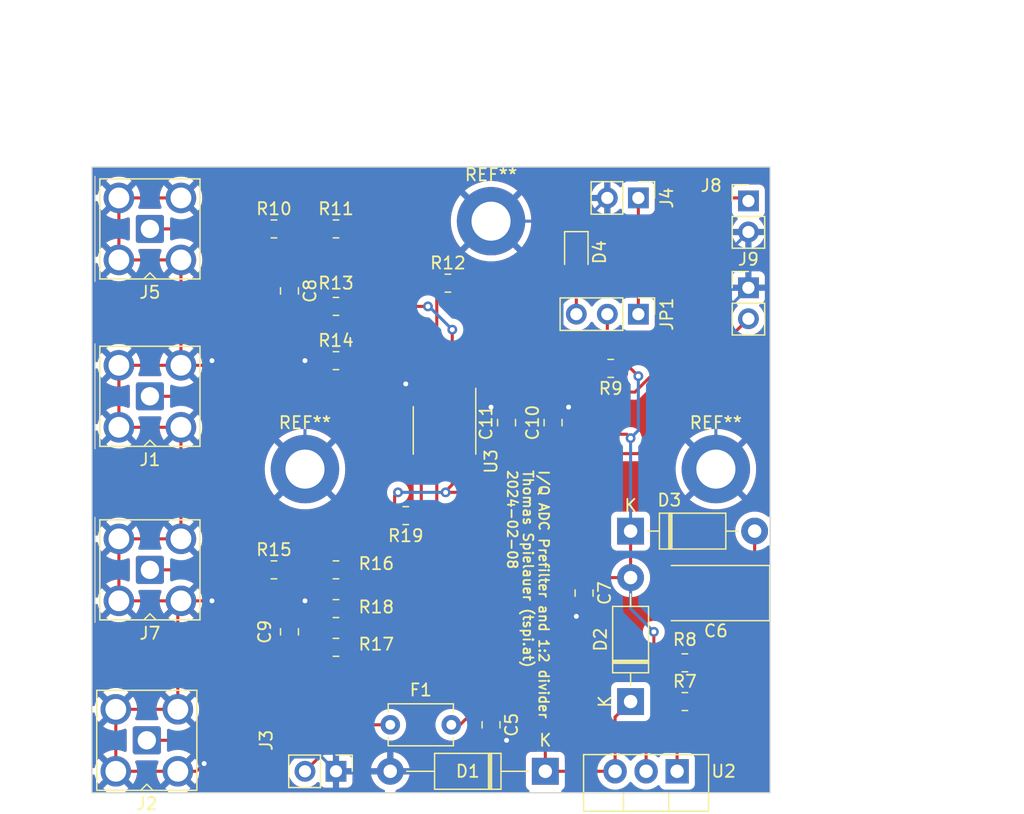
<source format=kicad_pcb>
(kicad_pcb (version 20221018) (generator pcbnew)
  (layers (0 "F.Cu" signal) (31 "B.Cu" signal) (34 "B.Paste" user) (35 "F.Paste" user) (36 "B.SilkS" user "B.Silkscreen") (37 "F.SilkS" user "F.Silkscreen") (38 "B.Mask" user) (39 "F.Mask" user) (44 "Edge.Cuts" user))
  (net 0 "")
  (net 1 "Net-(D1-K)")
  (net 2 "GND")
  (net 3 "Net-(D3-A)")
  (net 4 "Net-(C8-Pad1)")
  (net 5 "Net-(C9-Pad1)")
  (net 6 "Net-(D4-A)")
  (net 7 "VCC")
  (net 8 "Net-(J4-Pin_1)")
  (net 9 "Net-(J5-In)")
  (net 10 "Net-(J7-In)")
  (net 11 "Net-(JP1-C)")
  (net 12 "Net-(U3A-+)")
  (net 13 "Net-(U3A--)")
  (net 14 "Net-(U3B-+)")
  (net 15 "Net-(U3B--)")
  (net 16 "Net-(J1-In)")
  (net 17 "Net-(J2-In)")
  (net 18 "+3V3")
  (net 19 "Net-(J8-Pin_1)")
  (net 20 "Net-(J9-Pin_2)")
  (footprint "Connector_PinHeader_2.54mm:PinHeader_1x02_P2.54mm_Vertical" (layer "F.Cu") (at 126.492 58.669)
    (fp_text reference "J8" (at -3.048 -1.265) (layer "F.SilkS"))
    (fp_text value "Conn_01x02")
    (fp_line (start -1.33 -1.33) (end 0 -1.33) (stroke (width 0.12)) (layer "F.SilkS"))
    (fp_line (start -1.33 0) (end -1.33 -1.33) (stroke (width 0.12)) (layer "F.SilkS"))
    (fp_line (start -1.33 1.27) (end -1.33 3.87) (stroke (width 0.12)) (layer "F.SilkS"))
    (fp_line (start -1.33 1.27) (end 1.33 1.27) (stroke (width 0.12)) (layer "F.SilkS"))
    (fp_line (start -1.33 3.87) (end 1.33 3.87) (stroke (width 0.12)) (layer "F.SilkS"))
    (fp_line (start 1.33 1.27) (end 1.33 3.87) (stroke (width 0.12)) (layer "F.SilkS"))
    (pad "1" thru_hole rect (at 0 0) (size 1.7 1.7) (drill 1) (layers "*.Cu" "*.Mask") (net 19 "Net-(J8-Pin_1)"))
    (pad "2" thru_hole oval (at 0 2.54) (size 1.7 1.7) (drill 1) (layers "*.Cu" "*.Mask") (net 2 "GND"))
  )
  (footprint "Connector_Coaxial:SMA_Amphenol_901-143_Horizontal" (layer "F.Cu") (at 77.47 60.96 90)
    (fp_text reference "J5" (at -5.2 0) (layer "F.SilkS"))
    (fp_text value "IN_IP")
    (fp_line (start -4.1 -4.1) (end -4.1 4.1) (stroke (width 0.12)) (layer "F.SilkS"))
    (fp_line (start -4.1 -4.1) (end 4.1 -4.1) (stroke (width 0.12)) (layer "F.SilkS"))
    (fp_line (start -4.1 0.5) (end -3.6 0) (stroke (width 0.12)) (layer "F.SilkS"))
    (fp_line (start -4.1 4.1) (end 4.1 4.1) (stroke (width 0.12)) (layer "F.SilkS"))
    (fp_line (start -3.6 0) (end -4.1 -0.5) (stroke (width 0.12)) (layer "F.SilkS"))
    (fp_line (start 4.1 -4.1) (end 4.1 4.1) (stroke (width 0.12)) (layer "F.SilkS"))
    (fp_line (start 4.3 -4.5) (end -4.3 -4.5) (stroke (width 0.1)) (layer "Edge.Cuts"))
    (pad "1" thru_hole roundrect (at 0 0 90) (size 2.3 2.3) (drill 1.5) (layers "*.Cu" "*.Mask") (roundrect_rratio 0.087) (net 9 "Net-(J5-In)"))
    (pad "2" thru_hole circle (at -2.54 -2.54 90) (size 2.5 2.5) (drill 1.7) (layers "*.Cu" "*.Mask") (net 2 "GND"))
    (pad "2" thru_hole circle (at -2.54 2.54 90) (size 2.5 2.5) (drill 1.7) (layers "*.Cu" "*.Mask") (net 2 "GND"))
    (pad "2" thru_hole circle (at 2.54 -2.54 90) (size 2.5 2.5) (drill 1.7) (layers "*.Cu" "*.Mask") (net 2 "GND"))
    (pad "2" thru_hole circle (at 2.54 2.54 90) (size 2.5 2.5) (drill 1.7) (layers "*.Cu" "*.Mask") (net 2 "GND"))
  )
  (footprint "Resistor_SMD:R_0805_2012Metric" (layer "F.Cu") (at 87.63 88.9)
    (fp_text reference "R15" (at 0 -1.65) (layer "F.SilkS"))
    (fp_text value "100R")
    (fp_line (start -0.227064 -0.735) (end 0.227064 -0.735) (stroke (width 0.12)) (layer "F.SilkS"))
    (fp_line (start -0.227064 0.735) (end 0.227064 0.735) (stroke (width 0.12)) (layer "F.SilkS"))
    (pad "1" smd roundrect (at -0.9125 0) (size 1.025 1.4) (layers "F.Cu" "F.Paste" "F.Mask") (roundrect_rratio 0.243902439) (net 10 "Net-(J7-In)"))
    (pad "2" smd roundrect (at 0.9125 0) (size 1.025 1.4) (layers "F.Cu" "F.Paste" "F.Mask") (roundrect_rratio 0.243902439) (net 5 "Net-(C9-Pad1)"))
  )
  (footprint "Capacitor_SMD:C_0805_2012Metric" (layer "F.Cu") (at 105.41 101.6 -90)
    (fp_text reference "C5" (at 0 -1.68 90) (layer "F.SilkS"))
    (fp_text value "0.1uF")
    (fp_line (start -0.261252 -0.735) (end 0.261252 -0.735) (stroke (width 0.12)) (layer "F.SilkS"))
    (fp_line (start -0.261252 0.735) (end 0.261252 0.735) (stroke (width 0.12)) (layer "F.SilkS"))
    (pad "1" smd roundrect (at -0.95 0 270) (size 1 1.45) (layers "F.Cu" "F.Paste" "F.Mask") (net 1 "Net-(D1-K)"))
    (pad "2" smd roundrect (at 0.95 0 270) (size 1 1.45) (layers "F.Cu" "F.Paste" "F.Mask") (net 2 "GND"))
  )
  (footprint "Package_SO:SOIC-8_3.9x4.9mm_P1.27mm" (layer "F.Cu") (at 101.6 77.47 -90)
    (fp_text reference "U3" (at 2.54 -3.81 90) (layer "F.SilkS"))
    (fp_text value "LM358")
    (fp_line (start 0 -2.56) (end -3.45 -2.56) (stroke (width 0.12)) (layer "F.SilkS"))
    (fp_line (start 0 -2.56) (end 1.95 -2.56) (stroke (width 0.12)) (layer "F.SilkS"))
    (fp_line (start 0 2.56) (end -1.95 2.56) (stroke (width 0.12)) (layer "F.SilkS"))
    (fp_line (start 0 2.56) (end 1.95 2.56) (stroke (width 0.12)) (layer "F.SilkS"))
    (pad "1" smd roundrect (at -2.475 -1.905 270) (size 1.95 0.6) (layers "F.Cu" "F.Paste" "F.Mask") (net 19 "Net-(J8-Pin_1)"))
    (pad "2" smd roundrect (at -2.475 -0.635 270) (size 1.95 0.6) (layers "F.Cu" "F.Paste" "F.Mask") (net 13 "Net-(U3A--)"))
    (pad "3" smd roundrect (at -2.475 0.635 270) (size 1.95 0.6) (layers "F.Cu" "F.Paste" "F.Mask") (net 12 "Net-(U3A-+)"))
    (pad "4" smd roundrect (at -2.475 1.905 270) (size 1.95 0.6) (layers "F.Cu" "F.Paste" "F.Mask") (net 2 "GND"))
    (pad "5" smd roundrect (at 2.475 1.905 270) (size 1.95 0.6) (layers "F.Cu" "F.Paste" "F.Mask") (net 14 "Net-(U3B-+)"))
    (pad "6" smd roundrect (at 2.475 0.635 270) (size 1.95 0.6) (layers "F.Cu" "F.Paste" "F.Mask") (net 15 "Net-(U3B--)"))
    (pad "7" smd roundrect (at 2.475 -0.635 270) (size 1.95 0.6) (layers "F.Cu" "F.Paste" "F.Mask") (net 20 "Net-(J9-Pin_2)"))
    (pad "8" smd roundrect (at 2.475 -1.905 270) (size 1.95 0.6) (layers "F.Cu" "F.Paste" "F.Mask") (net 18 "+3V3"))
  )
  (footprint "Capacitor_SMD:C_0805_2012Metric" (layer "F.Cu") (at 88.9 93.98 -90)
    (fp_text reference "C9" (at 0 2.032 90) (layer "F.SilkS"))
    (fp_text value "20 nF")
    (fp_line (start -0.261252 -0.735) (end 0.261252 -0.735) (stroke (width 0.12)) (layer "F.SilkS"))
    (fp_line (start -0.261252 0.735) (end 0.261252 0.735) (stroke (width 0.12)) (layer "F.SilkS"))
    (pad "1" smd roundrect (at -0.95 0 270) (size 1 1.45) (layers "F.Cu" "F.Paste" "F.Mask") (net 5 "Net-(C9-Pad1)"))
    (pad "2" smd roundrect (at 0.95 0 270) (size 1 1.45) (layers "F.Cu" "F.Paste" "F.Mask") (net 17 "Net-(J2-In)"))
  )
  (footprint "Resistor_SMD:R_0805_2012Metric" (layer "F.Cu") (at 98.425 84.455 180)
    (fp_text reference "R19" (at 0 -1.65) (layer "F.SilkS"))
    (fp_text value "50R")
    (fp_line (start -0.227064 -0.735) (end 0.227064 -0.735) (stroke (width 0.12)) (layer "F.SilkS"))
    (fp_line (start -0.227064 0.735) (end 0.227064 0.735) (stroke (width 0.12)) (layer "F.SilkS"))
    (pad "1" smd roundrect (at -0.9125 0 180) (size 1.025 1.4) (layers "F.Cu" "F.Paste" "F.Mask") (roundrect_rratio 0.243902439) (net 14 "Net-(U3B-+)"))
    (pad "2" smd roundrect (at 0.9125 0 180) (size 1.025 1.4) (layers "F.Cu" "F.Paste" "F.Mask") (roundrect_rratio 0.243902439) (net 20 "Net-(J9-Pin_2)"))
  )
  (footprint "Resistor_SMD:R_0805_2012Metric" (layer "F.Cu") (at 92.71 95.25 180)
    (fp_text reference "R17" (at -3.302 0.254) (layer "F.SilkS"))
    (fp_text value "100R")
    (fp_line (start -0.227064 -0.735) (end 0.227064 -0.735) (stroke (width 0.12)) (layer "F.SilkS"))
    (fp_line (start -0.227064 0.735) (end 0.227064 0.735) (stroke (width 0.12)) (layer "F.SilkS"))
    (pad "1" smd roundrect (at -0.9125 0 180) (size 1.025 1.4) (layers "F.Cu" "F.Paste" "F.Mask") (roundrect_rratio 0.243902439) (net 15 "Net-(U3B--)"))
    (pad "2" smd roundrect (at 0.9125 0 180) (size 1.025 1.4) (layers "F.Cu" "F.Paste" "F.Mask") (roundrect_rratio 0.243902439) (net 17 "Net-(J2-In)"))
  )
  (footprint "Resistor_SMD:R_0805_2012Metric" (layer "F.Cu") (at 92.71 71.755)
    (fp_text reference "R14" (at 0 -1.65) (layer "F.SilkS"))
    (fp_text value "50R")
    (fp_line (start -0.227064 -0.735) (end 0.227064 -0.735) (stroke (width 0.12)) (layer "F.SilkS"))
    (fp_line (start -0.227064 0.735) (end 0.227064 0.735) (stroke (width 0.12)) (layer "F.SilkS"))
    (pad "1" smd roundrect (at -0.9125 0) (size 1.025 1.4) (layers "F.Cu" "F.Paste" "F.Mask") (roundrect_rratio 0.243902439) (net 2 "GND"))
    (pad "2" smd roundrect (at 0.9125 0) (size 1.025 1.4) (layers "F.Cu" "F.Paste" "F.Mask") (roundrect_rratio 0.243902439) (net 13 "Net-(U3A--)"))
  )
  (footprint "MountingHole:MountingHole_3.2mm_M3_DIN965_Pad" (layer "F.Cu") (at 90.17 80.645)
    (fp_text reference "REF**" (at 0 -3.8) (layer "F.SilkS"))
    (fp_text value "MountingHole_3.2mm_M3_DIN965_Pad")
    (pad "1" thru_hole circle (at 0 0) (size 5.6 5.6) (drill 3.2) (layers "*.Cu" "*.Mask") (net 2 "GND"))
  )
  (footprint "Diode_THT:D_DO-41_SOD81_P10.16mm_Horizontal" (layer "F.Cu") (at 116.84 99.695 90)
    (fp_text reference "D2" (at 5.08 -2.47 90) (layer "F.SilkS"))
    (fp_text value "1N4002")
    (fp_text user "K" (at 0 -2.1 90) (layer "F.SilkS"))
    (fp_line (start 1.34 0) (end 2.36 0) (stroke (width 0.12)) (layer "F.SilkS"))
    (fp_line (start 2.36 -1.47) (end 2.36 1.47) (stroke (width 0.12)) (layer "F.SilkS"))
    (fp_line (start 2.36 1.47) (end 7.8 1.47) (stroke (width 0.12)) (layer "F.SilkS"))
    (fp_line (start 3.14 -1.47) (end 3.14 1.47) (stroke (width 0.12)) (layer "F.SilkS"))
    (fp_line (start 3.26 -1.47) (end 3.26 1.47) (stroke (width 0.12)) (layer "F.SilkS"))
    (fp_line (start 3.38 -1.47) (end 3.38 1.47) (stroke (width 0.12)) (layer "F.SilkS"))
    (fp_line (start 7.8 -1.47) (end 2.36 -1.47) (stroke (width 0.12)) (layer "F.SilkS"))
    (fp_line (start 7.8 1.47) (end 7.8 -1.47) (stroke (width 0.12)) (layer "F.SilkS"))
    (fp_line (start 8.82 0) (end 7.8 0) (stroke (width 0.12)) (layer "F.SilkS"))
    (pad "1" thru_hole rect (at 0 0 90) (size 2.2 2.2) (drill 1.1) (layers "*.Cu" "*.Mask") (net 1 "Net-(D1-K)"))
    (pad "2" thru_hole oval (at 10.16 0 90) (size 2.2 2.2) (drill 1.1) (layers "*.Cu" "*.Mask") (net 18 "+3V3"))
  )
  (footprint "Connector_Coaxial:SMA_Amphenol_901-143_Horizontal" (layer "F.Cu") (at 77.47 88.9 90)
    (fp_text reference "J7" (at -5.2 0) (layer "F.SilkS"))
    (fp_text value "IN_QP")
    (fp_line (start -4.1 -4.1) (end -4.1 4.1) (stroke (width 0.12)) (layer "F.SilkS"))
    (fp_line (start -4.1 -4.1) (end 4.1 -4.1) (stroke (width 0.12)) (layer "F.SilkS"))
    (fp_line (start -4.1 0.5) (end -3.6 0) (stroke (width 0.12)) (layer "F.SilkS"))
    (fp_line (start -4.1 4.1) (end 4.1 4.1) (stroke (width 0.12)) (layer "F.SilkS"))
    (fp_line (start -3.6 0) (end -4.1 -0.5) (stroke (width 0.12)) (layer "F.SilkS"))
    (fp_line (start 4.1 -4.1) (end 4.1 4.1) (stroke (width 0.12)) (layer "F.SilkS"))
    (fp_line (start 4.3 -4.5) (end -4.3 -4.5) (stroke (width 0.1)) (layer "Edge.Cuts"))
    (pad "1" thru_hole roundrect (at 0 0 90) (size 2.3 2.3) (drill 1.5) (layers "*.Cu" "*.Mask") (roundrect_rratio 0.087) (net 10 "Net-(J7-In)"))
    (pad "2" thru_hole circle (at -2.54 -2.54 90) (size 2.5 2.5) (drill 1.7) (layers "*.Cu" "*.Mask") (net 2 "GND"))
    (pad "2" thru_hole circle (at -2.54 2.54 90) (size 2.5 2.5) (drill 1.7) (layers "*.Cu" "*.Mask") (net 2 "GND"))
    (pad "2" thru_hole circle (at 2.54 -2.54 90) (size 2.5 2.5) (drill 1.7) (layers "*.Cu" "*.Mask") (net 2 "GND"))
    (pad "2" thru_hole circle (at 2.54 2.54 90) (size 2.5 2.5) (drill 1.7) (layers "*.Cu" "*.Mask") (net 2 "GND"))
  )
  (footprint "MountingHole:MountingHole_3.2mm_M3_DIN965_Pad" (layer "F.Cu") (at 105.41 60.325)
    (fp_text reference "REF**" (at 0 -3.8) (layer "F.SilkS"))
    (fp_text value "MountingHole_3.2mm_M3_DIN965_Pad")
    (pad "1" thru_hole circle (at 0 0) (size 5.6 5.6) (drill 3.2) (layers "*.Cu" "*.Mask") (net 2 "GND"))
  )
  (footprint "Capacitor_THT:C_Disc_D5.1mm_W3.2mm_P5.00mm" (layer "F.Cu") (at 97.155 101.6)
    (fp_text reference "F1" (at 2.5 -2.85) (layer "F.SilkS"))
    (fp_text value "Polyfuse")
    (fp_line (start -0.17 -1.721) (end -0.17 -1.055) (stroke (width 0.12)) (layer "F.SilkS"))
    (fp_line (start -0.17 -1.721) (end 5.17 -1.721) (stroke (width 0.12)) (layer "F.SilkS"))
    (fp_line (start -0.17 1.055) (end -0.17 1.721) (stroke (width 0.12)) (layer "F.SilkS"))
    (fp_line (start -0.17 1.721) (end 5.17 1.721) (stroke (width 0.12)) (layer "F.SilkS"))
    (fp_line (start 5.17 -1.721) (end 5.17 -1.055) (stroke (width 0.12)) (layer "F.SilkS"))
    (fp_line (start 5.17 1.055) (end 5.17 1.721) (stroke (width 0.12)) (layer "F.SilkS"))
    (pad "1" thru_hole circle (at 0 0) (size 1.6 1.6) (drill 0.8) (layers "*.Cu" "*.Mask") (net 7 "VCC"))
    (pad "2" thru_hole circle (at 5 0) (size 1.6 1.6) (drill 0.8) (layers "*.Cu" "*.Mask") (net 1 "Net-(D1-K)"))
  )
  (footprint "Resistor_SMD:R_0805_2012Metric" (layer "F.Cu") (at 92.71 92.075)
    (fp_text reference "R18" (at 3.302 -0.127) (layer "F.SilkS"))
    (fp_text value "50R")
    (fp_line (start -0.227064 -0.735) (end 0.227064 -0.735) (stroke (width 0.12)) (layer "F.SilkS"))
    (fp_line (start -0.227064 0.735) (end 0.227064 0.735) (stroke (width 0.12)) (layer "F.SilkS"))
    (pad "1" smd roundrect (at -0.9125 0) (size 1.025 1.4) (layers "F.Cu" "F.Paste" "F.Mask") (roundrect_rratio 0.243902439) (net 2 "GND"))
    (pad "2" smd roundrect (at 0.9125 0) (size 1.025 1.4) (layers "F.Cu" "F.Paste" "F.Mask") (roundrect_rratio 0.243902439) (net 15 "Net-(U3B--)"))
  )
  (footprint "Capacitor_SMD:C_0805_2012Metric" (layer "F.Cu") (at 88.9 66.04 -90)
    (fp_text reference "C8" (at 0 -1.68 90) (layer "F.SilkS"))
    (fp_text value "20 nF")
    (fp_line (start -0.261252 -0.735) (end 0.261252 -0.735) (stroke (width 0.12)) (layer "F.SilkS"))
    (fp_line (start -0.261252 0.735) (end 0.261252 0.735) (stroke (width 0.12)) (layer "F.SilkS"))
    (pad "1" smd roundrect (at -0.95 0 270) (size 1 1.45) (layers "F.Cu" "F.Paste" "F.Mask") (net 4 "Net-(C8-Pad1)"))
    (pad "2" smd roundrect (at 0.95 0 270) (size 1 1.45) (layers "F.Cu" "F.Paste" "F.Mask") (net 16 "Net-(J1-In)"))
  )
  (footprint "Connector_Coaxial:SMA_Amphenol_901-143_Horizontal" (layer "F.Cu") (at 77.216 102.87 90)
    (fp_text reference "J2" (at -5.2 0) (layer "F.SilkS"))
    (fp_text value "IN_QN")
    (fp_line (start -4.1 -4.1) (end -4.1 4.1) (stroke (width 0.12)) (layer "F.SilkS"))
    (fp_line (start -4.1 -4.1) (end 4.1 -4.1) (stroke (width 0.12)) (layer "F.SilkS"))
    (fp_line (start -4.1 0.5) (end -3.6 0) (stroke (width 0.12)) (layer "F.SilkS"))
    (fp_line (start -4.1 4.1) (end 4.1 4.1) (stroke (width 0.12)) (layer "F.SilkS"))
    (fp_line (start -3.6 0) (end -4.1 -0.5) (stroke (width 0.12)) (layer "F.SilkS"))
    (fp_line (start 4.1 -4.1) (end 4.1 4.1) (stroke (width 0.12)) (layer "F.SilkS"))
    (fp_line (start 4.3 -4.5) (end -4.3 -4.5) (stroke (width 0.1)) (layer "Edge.Cuts"))
    (pad "1" thru_hole roundrect (at 0 0 90) (size 2.3 2.3) (drill 1.5) (layers "*.Cu" "*.Mask") (roundrect_rratio 0.087) (net 17 "Net-(J2-In)"))
    (pad "2" thru_hole circle (at -2.54 -2.54 90) (size 2.5 2.5) (drill 1.7) (layers "*.Cu" "*.Mask") (net 2 "GND"))
    (pad "2" thru_hole circle (at -2.54 2.54 90) (size 2.5 2.5) (drill 1.7) (layers "*.Cu" "*.Mask") (net 2 "GND"))
    (pad "2" thru_hole circle (at 2.54 -2.54 90) (size 2.5 2.5) (drill 1.7) (layers "*.Cu" "*.Mask") (net 2 "GND"))
    (pad "2" thru_hole circle (at 2.54 2.54 90) (size 2.5 2.5) (drill 1.7) (layers "*.Cu" "*.Mask") (net 2 "GND"))
  )
  (footprint "Resistor_SMD:R_0805_2012Metric" (layer "F.Cu") (at 92.71 88.9)
    (fp_text reference "R16" (at 3.302 -0.508) (layer "F.SilkS"))
    (fp_text value "100R")
    (fp_line (start -0.227064 -0.735) (end 0.227064 -0.735) (stroke (width 0.12)) (layer "F.SilkS"))
    (fp_line (start -0.227064 0.735) (end 0.227064 0.735) (stroke (width 0.12)) (layer "F.SilkS"))
    (pad "1" smd roundrect (at -0.9125 0) (size 1.025 1.4) (layers "F.Cu" "F.Paste" "F.Mask") (roundrect_rratio 0.243902439) (net 5 "Net-(C9-Pad1)"))
    (pad "2" smd roundrect (at 0.9125 0) (size 1.025 1.4) (layers "F.Cu" "F.Paste" "F.Mask") (roundrect_rratio 0.243902439) (net 14 "Net-(U3B-+)"))
  )
  (footprint "MountingHole:MountingHole_3.2mm_M3_DIN965_Pad" (layer "F.Cu") (at 123.825 80.645)
    (fp_text reference "REF**" (at 0 -3.8) (layer "F.SilkS"))
    (fp_text value "MountingHole_3.2mm_M3_DIN965_Pad")
    (pad "1" thru_hole circle (at 0 0) (size 5.6 5.6) (drill 3.2) (layers "*.Cu" "*.Mask") (net 2 "GND"))
  )
  (footprint "Connector_PinHeader_2.54mm:PinHeader_1x02_P2.54mm_Vertical" (layer "F.Cu") (at 126.492 65.781)
    (fp_text reference "J9" (at 0 -2.33) (layer "F.SilkS"))
    (fp_text value "Conn_01x02")
    (fp_line (start -1.33 -1.33) (end 0 -1.33) (stroke (width 0.12)) (layer "F.SilkS"))
    (fp_line (start -1.33 0) (end -1.33 -1.33) (stroke (width 0.12)) (layer "F.SilkS"))
    (fp_line (start -1.33 1.27) (end -1.33 3.87) (stroke (width 0.12)) (layer "F.SilkS"))
    (fp_line (start -1.33 1.27) (end 1.33 1.27) (stroke (width 0.12)) (layer "F.SilkS"))
    (fp_line (start -1.33 3.87) (end 1.33 3.87) (stroke (width 0.12)) (layer "F.SilkS"))
    (fp_line (start 1.33 1.27) (end 1.33 3.87) (stroke (width 0.12)) (layer "F.SilkS"))
    (pad "1" thru_hole rect (at 0 0) (size 1.7 1.7) (drill 1) (layers "*.Cu" "*.Mask") (net 2 "GND"))
    (pad "2" thru_hole oval (at 0 2.54) (size 1.7 1.7) (drill 1) (layers "*.Cu" "*.Mask") (net 20 "Net-(J9-Pin_2)"))
  )
  (footprint "Resistor_SMD:R_0805_2012Metric" (layer "F.Cu") (at 121.285 99.695)
    (fp_text reference "R7" (at 0 -1.65) (layer "F.SilkS"))
    (fp_text value "240R")
    (fp_line (start -0.227064 -0.735) (end 0.227064 -0.735) (stroke (width 0.12)) (layer "F.SilkS"))
    (fp_line (start -0.227064 0.735) (end 0.227064 0.735) (stroke (width 0.12)) (layer "F.SilkS"))
    (pad "1" smd roundrect (at -0.9125 0) (size 1.025 1.4) (layers "F.Cu" "F.Paste" "F.Mask") (roundrect_rratio 0.243902439) (net 18 "+3V3"))
    (pad "2" smd roundrect (at 0.9125 0) (size 1.025 1.4) (layers "F.Cu" "F.Paste" "F.Mask") (roundrect_rratio 0.243902439) (net 3 "Net-(D3-A)"))
  )
  (footprint "Package_TO_SOT_THT:TO-220-3_Vertical" (layer "F.Cu") (at 120.65 105.41 180)
    (fp_text reference "U2" (at -3.81 0) (layer "F.SilkS"))
    (fp_text value "LM317_TO-220")
    (fp_line (start -2.58 -3.27) (end -2.58 1.371) (stroke (width 0.12)) (layer "F.SilkS"))
    (fp_line (start -2.58 -3.27) (end 7.66 -3.27) (stroke (width 0.12)) (layer "F.SilkS"))
    (fp_line (start -2.58 -1.76) (end 7.66 -1.76) (stroke (width 0.12)) (layer "F.SilkS"))
    (fp_line (start -2.58 1.371) (end 7.66 1.371) (stroke (width 0.12)) (layer "F.SilkS"))
    (fp_line (start 0.69 -3.27) (end 0.69 -1.76) (stroke (width 0.12)) (layer "F.SilkS"))
    (fp_line (start 4.391 -3.27) (end 4.391 -1.76) (stroke (width 0.12)) (layer "F.SilkS"))
    (fp_line (start 7.66 -3.27) (end 7.66 1.371) (stroke (width 0.12)) (layer "F.SilkS"))
    (pad "1" thru_hole rect (at 0 0 180) (size 1.905 2) (drill 1.1) (layers "*.Cu" "*.Mask") (net 3 "Net-(D3-A)"))
    (pad "2" thru_hole oval (at 2.54 0 180) (size 1.905 2) (drill 1.1) (layers "*.Cu" "*.Mask") (net 18 "+3V3"))
    (pad "3" thru_hole oval (at 5.08 0 180) (size 1.905 2) (drill 1.1) (layers "*.Cu" "*.Mask") (net 1 "Net-(D1-K)"))
  )
  (footprint "Resistor_SMD:R_0805_2012Metric" (layer "F.Cu") (at 87.63 60.96)
    (fp_text reference "R10" (at 0 -1.65) (layer "F.SilkS"))
    (fp_text value "100R")
    (fp_line (start -0.227064 -0.735) (end 0.227064 -0.735) (stroke (width 0.12)) (layer "F.SilkS"))
    (fp_line (start -0.227064 0.735) (end 0.227064 0.735) (stroke (width 0.12)) (layer "F.SilkS"))
    (pad "1" smd roundrect (at -0.9125 0) (size 1.025 1.4) (layers "F.Cu" "F.Paste" "F.Mask") (roundrect_rratio 0.243902439) (net 9 "Net-(J5-In)"))
    (pad "2" smd roundrect (at 0.9125 0) (size 1.025 1.4) (layers "F.Cu" "F.Paste" "F.Mask") (roundrect_rratio 0.243902439) (net 4 "Net-(C8-Pad1)"))
  )
  (footprint "LED_SMD:LED_0805_2012Metric" (layer "F.Cu") (at 112.395 62.865 -90)
    (fp_text reference "D4" (at 0 -1.905 90) (layer "F.SilkS"))
    (fp_text value "LED_PWR")
    (fp_line (start -1.685 -0.96) (end -1.685 0.96) (stroke (width 0.12)) (layer "F.SilkS"))
    (fp_line (start -1.685 0.96) (end 1 0.96) (stroke (width 0.12)) (layer "F.SilkS"))
    (fp_line (start 1 -0.96) (end -1.685 -0.96) (stroke (width 0.12)) (layer "F.SilkS"))
    (pad "1" smd roundrect (at -0.9375 0 270) (size 0.975 1.4) (layers "F.Cu" "F.Paste" "F.Mask") (net 2 "GND"))
    (pad "2" smd roundrect (at 0.9375 0 270) (size 0.975 1.4) (layers "F.Cu" "F.Paste" "F.Mask") (net 6 "Net-(D4-A)"))
  )
  (footprint "Capacitor_Tantalum_SMD:CP_EIA-7343-20_Kemet-V" (layer "F.Cu") (at 123.825 90.805 180)
    (fp_text reference "C6" (at 0 -3.1) (layer "F.SilkS"))
    (fp_text value "10uF")
    (fp_line (start -4.41 -2.26) (end -4.41 2.26) (stroke (width 0.12)) (layer "F.SilkS"))
    (fp_line (start -4.41 2.26) (end 3.65 2.26) (stroke (width 0.12)) (layer "F.SilkS"))
    (fp_line (start 3.65 -2.26) (end -4.41 -2.26) (stroke (width 0.12)) (layer "F.SilkS"))
    (pad "1" smd roundrect (at -3.1125 0 180) (size 2.075 2.55) (layers "F.Cu" "F.Paste" "F.Mask") (roundrect_rratio 0.1204819277) (net 3 "Net-(D3-A)"))
    (pad "2" smd roundrect (at 3.1125 0 180) (size 2.075 2.55) (layers "F.Cu" "F.Paste" "F.Mask") (roundrect_rratio 0.1204819277) (net 2 "GND"))
  )
  (footprint "Resistor_SMD:R_0805_2012Metric" (layer "F.Cu") (at 121.285 96.52 180)
    (fp_text reference "R8" (at 0 1.905) (layer "F.SilkS"))
    (fp_text value "390R")
    (fp_line (start -0.227064 -0.735) (end 0.227064 -0.735) (stroke (width 0.12)) (layer "F.SilkS"))
    (fp_line (start -0.227064 0.735) (end 0.227064 0.735) (stroke (width 0.12)) (layer "F.SilkS"))
    (pad "1" smd roundrect (at -0.9125 0 180) (size 1.025 1.4) (layers "F.Cu" "F.Paste" "F.Mask") (roundrect_rratio 0.243902439) (net 3 "Net-(D3-A)"))
    (pad "2" smd roundrect (at 0.9125 0 180) (size 1.025 1.4) (layers "F.Cu" "F.Paste" "F.Mask") (roundrect_rratio 0.243902439) (net 2 "GND"))
  )
  (footprint "Resistor_SMD:R_0805_2012Metric" (layer "F.Cu") (at 92.71 60.96)
    (fp_text reference "R11" (at 0 -1.65) (layer "F.SilkS"))
    (fp_text value "100R")
    (fp_line (start -0.227064 -0.735) (end 0.227064 -0.735) (stroke (width 0.12)) (layer "F.SilkS"))
    (fp_line (start -0.227064 0.735) (end 0.227064 0.735) (stroke (width 0.12)) (layer "F.SilkS"))
    (pad "1" smd roundrect (at -0.9125 0) (size 1.025 1.4) (layers "F.Cu" "F.Paste" "F.Mask") (roundrect_rratio 0.243902439) (net 4 "Net-(C8-Pad1)"))
    (pad "2" smd roundrect (at 0.9125 0) (size 1.025 1.4) (layers "F.Cu" "F.Paste" "F.Mask") (roundrect_rratio 0.243902439) (net 12 "Net-(U3A-+)"))
  )
  (footprint "Diode_THT:D_DO-41_SOD81_P10.16mm_Horizontal" (layer "F.Cu") (at 116.84 85.725)
    (fp_text reference "D3" (at 3.175 -2.54) (layer "F.SilkS"))
    (fp_text value "1N4002")
    (fp_text user "K" (at 0 -2.1) (layer "F.SilkS"))
    (fp_line (start 1.34 0) (end 2.36 0) (stroke (width 0.12)) (layer "F.SilkS"))
    (fp_line (start 2.36 -1.47) (end 2.36 1.47) (stroke (width 0.12)) (layer "F.SilkS"))
    (fp_line (start 2.36 1.47) (end 7.8 1.47) (stroke (width 0.12)) (layer "F.SilkS"))
    (fp_line (start 3.14 -1.47) (end 3.14 1.47) (stroke (width 0.12)) (layer "F.SilkS"))
    (fp_line (start 3.26 -1.47) (end 3.26 1.47) (stroke (width 0.12)) (layer "F.SilkS"))
    (fp_line (start 3.38 -1.47) (end 3.38 1.47) (stroke (width 0.12)) (layer "F.SilkS"))
    (fp_line (start 7.8 -1.47) (end 2.36 -1.47) (stroke (width 0.12)) (layer "F.SilkS"))
    (fp_line (start 7.8 1.47) (end 7.8 -1.47) (stroke (width 0.12)) (layer "F.SilkS"))
    (fp_line (start 8.82 0) (end 7.8 0) (stroke (width 0.12)) (layer "F.SilkS"))
    (pad "1" thru_hole rect (at 0 0) (size 2.2 2.2) (drill 1.1) (layers "*.Cu" "*.Mask") (net 18 "+3V3"))
    (pad "2" thru_hole oval (at 10.16 0) (size 2.2 2.2) (drill 1.1) (layers "*.Cu" "*.Mask") (net 3 "Net-(D3-A)"))
  )
  (footprint "Connector_Coaxial:SMA_Amphenol_901-143_Horizontal" (layer "F.Cu") (at 77.47 74.676 90)
    (fp_text reference "J1" (at -5.2 0) (layer "F.SilkS"))
    (fp_text value "IN_IN")
    (fp_line (start -4.1 -4.1) (end -4.1 4.1) (stroke (width 0.12)) (layer "F.SilkS"))
    (fp_line (start -4.1 -4.1) (end 4.1 -4.1) (stroke (width 0.12)) (layer "F.SilkS"))
    (fp_line (start -4.1 0.5) (end -3.6 0) (stroke (width 0.12)) (layer "F.SilkS"))
    (fp_line (start -4.1 4.1) (end 4.1 4.1) (stroke (width 0.12)) (layer "F.SilkS"))
    (fp_line (start -3.6 0) (end -4.1 -0.5) (stroke (width 0.12)) (layer "F.SilkS"))
    (fp_line (start 4.1 -4.1) (end 4.1 4.1) (stroke (width 0.12)) (layer "F.SilkS"))
    (fp_line (start 4.3 -4.5) (end -4.3 -4.5) (stroke (width 0.1)) (layer "Edge.Cuts"))
    (pad "1" thru_hole roundrect (at 0 0 90) (size 2.3 2.3) (drill 1.5) (layers "*.Cu" "*.Mask") (roundrect_rratio 0.087) (net 16 "Net-(J1-In)"))
    (pad "2" thru_hole circle (at -2.54 -2.54 90) (size 2.5 2.5) (drill 1.7) (layers "*.Cu" "*.Mask") (net 2 "GND"))
    (pad "2" thru_hole circle (at -2.54 2.54 90) (size 2.5 2.5) (drill 1.7) (layers "*.Cu" "*.Mask") (net 2 "GND"))
    (pad "2" thru_hole circle (at 2.54 -2.54 90) (size 2.5 2.5) (drill 1.7) (layers "*.Cu" "*.Mask") (net 2 "GND"))
    (pad "2" thru_hole circle (at 2.54 2.54 90) (size 2.5 2.5) (drill 1.7) (layers "*.Cu" "*.Mask") (net 2 "GND"))
  )
  (footprint "Capacitor_SMD:C_0805_2012Metric" (layer "F.Cu") (at 113.03 90.805 -90)
    (fp_text reference "C7" (at 0 -1.68 90) (layer "F.SilkS"))
    (fp_text value "1uF")
    (fp_line (start -0.261252 -0.735) (end 0.261252 -0.735) (stroke (width 0.12)) (layer "F.SilkS"))
    (fp_line (start -0.261252 0.735) (end 0.261252 0.735) (stroke (width 0.12)) (layer "F.SilkS"))
    (pad "1" smd roundrect (at -0.95 0 270) (size 1 1.45) (layers "F.Cu" "F.Paste" "F.Mask") (net 18 "+3V3"))
    (pad "2" smd roundrect (at 0.95 0 270) (size 1 1.45) (layers "F.Cu" "F.Paste" "F.Mask") (net 2 "GND"))
  )
  (footprint "Resistor_SMD:R_0805_2012Metric" (layer "F.Cu") (at 92.71 67.31 180)
    (fp_text reference "R13" (at 0 1.905) (layer "F.SilkS"))
    (fp_text value "100R")
    (fp_line (start -0.227064 -0.735) (end 0.227064 -0.735) (stroke (width 0.12)) (layer "F.SilkS"))
    (fp_line (start -0.227064 0.735) (end 0.227064 0.735) (stroke (width 0.12)) (layer "F.SilkS"))
    (pad "1" smd roundrect (at -0.9125 0 180) (size 1.025 1.4) (layers "F.Cu" "F.Paste" "F.Mask") (roundrect_rratio 0.243902439) (net 13 "Net-(U3A--)"))
    (pad "2" smd roundrect (at 0.9125 0 180) (size 1.025 1.4) (layers "F.Cu" "F.Paste" "F.Mask") (roundrect_rratio 0.243902439) (net 16 "Net-(J1-In)"))
  )
  (footprint "Capacitor_SMD:C_0805_2012Metric" (layer "F.Cu") (at 106.68 76.835 90)
    (fp_text reference "C11" (at 0 -1.68 90) (layer "F.SilkS"))
    (fp_text value "100 pF")
    (fp_line (start -0.261252 -0.735) (end 0.261252 -0.735) (stroke (width 0.12)) (layer "F.SilkS"))
    (fp_line (start -0.261252 0.735) (end 0.261252 0.735) (stroke (width 0.12)) (layer "F.SilkS"))
    (pad "1" smd roundrect (at -0.95 0 90) (size 1 1.45) (layers "F.Cu" "F.Paste" "F.Mask") (net 18 "+3V3"))
    (pad "2" smd roundrect (at 0.95 0 90) (size 1 1.45) (layers "F.Cu" "F.Paste" "F.Mask") (net 2 "GND"))
  )
  (footprint "Connector_PinHeader_2.54mm:PinHeader_1x02_P2.54mm_Vertical" (layer "F.Cu") (at 117.475 58.42 -90)
    (fp_text reference "J4" (at 0 -2.33 90) (layer "F.SilkS"))
    (fp_text value "EXT_LED_PWR")
    (fp_line (start -1.33 -1.33) (end 0 -1.33) (stroke (width 0.12)) (layer "F.SilkS"))
    (fp_line (start -1.33 0) (end -1.33 -1.33) (stroke (width 0.12)) (layer "F.SilkS"))
    (fp_line (start -1.33 1.27) (end -1.33 3.87) (stroke (width 0.12)) (layer "F.SilkS"))
    (fp_line (start -1.33 1.27) (end 1.33 1.27) (stroke (width 0.12)) (layer "F.SilkS"))
    (fp_line (start -1.33 3.87) (end 1.33 3.87) (stroke (width 0.12)) (layer "F.SilkS"))
    (fp_line (start 1.33 1.27) (end 1.33 3.87) (stroke (width 0.12)) (layer "F.SilkS"))
    (pad "1" thru_hole rect (at 0 0 270) (size 1.7 1.7) (drill 1) (layers "*.Cu" "*.Mask") (net 8 "Net-(J4-Pin_1)"))
    (pad "2" thru_hole oval (at 0 2.54 270) (size 1.7 1.7) (drill 1) (layers "*.Cu" "*.Mask") (net 2 "GND"))
  )
  (footprint "Connector_PinHeader_2.54mm:PinHeader_1x02_P2.54mm_Vertical" (layer "F.Cu") (at 92.71 105.41 -90)
    (fp_text reference "J3" (at -2.54 5.715 90) (layer "F.SilkS"))
    (fp_text value "PWR")
    (fp_line (start -1.33 -1.33) (end 0 -1.33) (stroke (width 0.12)) (layer "F.SilkS"))
    (fp_line (start -1.33 0) (end -1.33 -1.33) (stroke (width 0.12)) (layer "F.SilkS"))
    (fp_line (start -1.33 1.27) (end -1.33 3.87) (stroke (width 0.12)) (layer "F.SilkS"))
    (fp_line (start -1.33 1.27) (end 1.33 1.27) (stroke (width 0.12)) (layer "F.SilkS"))
    (fp_line (start -1.33 3.87) (end 1.33 3.87) (stroke (width 0.12)) (layer "F.SilkS"))
    (fp_line (start 1.33 1.27) (end 1.33 3.87) (stroke (width 0.12)) (layer "F.SilkS"))
    (pad "1" thru_hole rect (at 0 0 270) (size 1.7 1.7) (drill 1) (layers "*.Cu" "*.Mask") (net 2 "GND"))
    (pad "2" thru_hole oval (at 0 2.54 270) (size 1.7 1.7) (drill 1) (layers "*.Cu" "*.Mask") (net 7 "VCC"))
  )
  (footprint "Connector_PinHeader_2.54mm:PinHeader_1x03_P2.54mm_Vertical" (layer "F.Cu") (at 117.475 67.945 -90)
    (fp_text reference "JP1" (at 0 -2.33 90) (layer "F.SilkS"))
    (fp_text value "PWRLEDSELECT")
    (fp_line (start -1.33 -1.33) (end 0 -1.33) (stroke (width 0.12)) (layer "F.SilkS"))
    (fp_line (start -1.33 0) (end -1.33 -1.33) (stroke (width 0.12)) (layer "F.SilkS"))
    (fp_line (start -1.33 1.27) (end -1.33 6.41) (stroke (width 0.12)) (layer "F.SilkS"))
    (fp_line (start -1.33 1.27) (end 1.33 1.27) (stroke (width 0.12)) (layer "F.SilkS"))
    (fp_line (start -1.33 6.41) (end 1.33 6.41) (stroke (width 0.12)) (layer "F.SilkS"))
    (fp_line (start 1.33 1.27) (end 1.33 6.41) (stroke (width 0.12)) (layer "F.SilkS"))
    (pad "1" thru_hole rect (at 0 0 270) (size 1.7 1.7) (drill 1) (layers "*.Cu" "*.Mask") (net 8 "Net-(J4-Pin_1)"))
    (pad "2" thru_hole oval (at 0 2.54 270) (size 1.7 1.7) (drill 1) (layers "*.Cu" "*.Mask") (net 11 "Net-(JP1-C)"))
    (pad "3" thru_hole oval (at 0 5.08 270) (size 1.7 1.7) (drill 1) (layers "*.Cu" "*.Mask") (net 6 "Net-(D4-A)"))
  )
  (footprint "Resistor_SMD:R_0805_2012Metric" (layer "F.Cu") (at 115.2125 72.39 180)
    (fp_text reference "R9" (at 0 -1.65) (layer "F.SilkS"))
    (fp_text value "100R")
    (fp_line (start -0.227064 -0.735) (end 0.227064 -0.735) (stroke (width 0.12)) (layer "F.SilkS"))
    (fp_line (start -0.227064 0.735) (end 0.227064 0.735) (stroke (width 0.12)) (layer "F.SilkS"))
    (pad "1" smd roundrect (at -0.9125 0 180) (size 1.025 1.4) (layers "F.Cu" "F.Paste" "F.Mask") (roundrect_rratio 0.243902439) (net 18 "+3V3"))
    (pad "2" smd roundrect (at 0.9125 0 180) (size 1.025 1.4) (layers "F.Cu" "F.Paste" "F.Mask") (roundrect_rratio 0.243902439) (net 11 "Net-(JP1-C)"))
  )
  (footprint "Diode_THT:D_DO-41_SOD81_P12.70mm_Horizontal" (layer "F.Cu") (at 109.855 105.41 180)
    (fp_text reference "D1" (at 6.35 0) (layer "F.SilkS"))
    (fp_text value "1N5360BRLG")
    (fp_text user "K" (at 0 2.54) (layer "F.SilkS"))
    (fp_line (start 1.34 0) (end 3.63 0) (stroke (width 0.12)) (layer "F.SilkS"))
    (fp_line (start 3.63 -1.47) (end 3.63 1.47) (stroke (width 0.12)) (layer "F.SilkS"))
    (fp_line (start 3.63 1.47) (end 9.07 1.47) (stroke (width 0.12)) (layer "F.SilkS"))
    (fp_line (start 4.41 -1.47) (end 4.41 1.47) (stroke (width 0.12)) (layer "F.SilkS"))
    (fp_line (start 4.53 -1.47) (end 4.53 1.47) (stroke (width 0.12)) (layer "F.SilkS"))
    (fp_line (start 4.65 -1.47) (end 4.65 1.47) (stroke (width 0.12)) (layer "F.SilkS"))
    (fp_line (start 9.07 -1.47) (end 3.63 -1.47) (stroke (width 0.12)) (layer "F.SilkS"))
    (fp_line (start 9.07 1.47) (end 9.07 -1.47) (stroke (width 0.12)) (layer "F.SilkS"))
    (fp_line (start 11.36 0) (end 9.07 0) (stroke (width 0.12)) (layer "F.SilkS"))
    (pad "1" thru_hole rect (at 0 0 180) (size 2.2 2.2) (drill 1.1) (layers "*.Cu" "*.Mask") (net 1 "Net-(D1-K)"))
    (pad "2" thru_hole oval (at 12.7 0 180) (size 2.2 2.2) (drill 1.1) (layers "*.Cu" "*.Mask") (net 2 "GND"))
  )
  (footprint "Capacitor_SMD:C_0805_2012Metric" (layer "F.Cu") (at 110.49 76.835 90)
    (fp_text reference "C10" (at 0 -1.68 90) (layer "F.SilkS"))
    (fp_text value "1uF")
    (fp_line (start -0.261252 -0.735) (end 0.261252 -0.735) (stroke (width 0.12)) (layer "F.SilkS"))
    (fp_line (start -0.261252 0.735) (end 0.261252 0.735) (stroke (width 0.12)) (layer "F.SilkS"))
    (pad "1" smd roundrect (at -0.95 0 90) (size 1 1.45) (layers "F.Cu" "F.Paste" "F.Mask") (net 18 "+3V3"))
    (pad "2" smd roundrect (at 0.95 0 90) (size 1 1.45) (layers "F.Cu" "F.Paste" "F.Mask") (net 2 "GND"))
  )
  (footprint "Resistor_SMD:R_0805_2012Metric" (layer "F.Cu") (at 101.8775 65.405)
    (fp_text reference "R12" (at 0 -1.65) (layer "F.SilkS"))
    (fp_text value "50R")
    (fp_line (start -0.227064 -0.735) (end 0.227064 -0.735) (stroke (width 0.12)) (layer "F.SilkS"))
    (fp_line (start -0.227064 0.735) (end 0.227064 0.735) (stroke (width 0.12)) (layer "F.SilkS"))
    (pad "1" smd roundrect (at -0.9125 0) (size 1.025 1.4) (layers "F.Cu" "F.Paste" "F.Mask") (roundrect_rratio 0.243902439) (net 12 "Net-(U3A-+)"))
    (pad "2" smd roundrect (at 0.9125 0) (size 1.025 1.4) (layers "F.Cu" "F.Paste" "F.Mask") (roundrect_rratio 0.243902439) (net 19 "Net-(J8-Pin_1)"))
  )
  (gr_rect (start 72.716 55.88) (end 128.27 107.17) (stroke (width 0.1)) (fill none) (layer "Edge.Cuts"))
  (gr_text "I/Q ADC Prefilter and 1:2 divider\nThomas Spielauer (tspi.at)\n2024-02-08" (at 106.68 80.645 270) (layer "F.SilkS") (effects (font (size 0.8 0.8)) (justify left bottom)))
  (segment (start 108.27 100.65) (end 109.855 102.235) (width 0.25) (layer "F.Cu") (net 1))
  (segment (start 109.855 102.235) (end 109.855 105.41) (width 0.25) (layer "F.Cu") (net 1))
  (segment (start 109.855 105.41) (end 115.57 105.41) (width 0.25) (layer "F.Cu") (net 1))
  (segment (start 115.57 105.41) (end 115.57 100.965) (width 0.25) (layer "F.Cu") (net 1))
  (segment (start 105.41 100.65) (end 108.27 100.65) (width 0.25) (layer "F.Cu") (net 1))
  (segment (start 103.82 100.65) (end 105.41 100.65) (width 0.25) (layer "F.Cu") (net 1))
  (segment (start 102.87 101.6) (end 103.82 100.65) (width 0.25) (layer "F.Cu") (net 1))
  (segment (start 102.155 101.6) (end 102.87 101.6) (width 0.25) (layer "F.Cu") (net 1))
  (segment (start 115.57 100.965) (end 116.84 99.695) (width 0.25) (layer "F.Cu") (net 1))
  (segment (start 112.395 92.71) (end 112.395 92.39) (width 0.25) (layer "F.Cu") (net 2))
  (segment (start 112.395 61.9275) (end 112.395 60.96) (width 0.25) (layer "F.Cu") (net 2))
  (segment (start 80.01 91.44) (end 82.55 91.44) (width 0.25) (layer "F.Cu") (net 2))
  (segment (start 80.01 63.5) (end 74.93 63.5) (width 0.25) (layer "F.Cu") (net 2))
  (segment (start 114.935 92.71) (end 118.8075 92.71) (width 0.25) (layer "F.Cu") (net 2))
  (segment (start 120.3725 91.145) (end 120.7125 90.805) (width 0.25) (layer "F.Cu") (net 2))
  (segment (start 74.676 100.33) (end 79.756 100.33) (width 0.25) (layer "F.Cu") (net 2))
  (segment (start 74.93 86.36) (end 80.01 86.36) (width 0.25) (layer "F.Cu") (net 2))
  (segment (start 111.44 75.885) (end 111.76 75.565) (width 0.25) (layer "F.Cu") (net 2))
  (segment (start 79.756 100.33) (end 79.756 91.694) (width 0.25) (layer "F.Cu") (net 2))
  (segment (start 90.17 91.44) (end 91.1625 91.44) (width 0.25) (layer "F.Cu") (net 2))
  (segment (start 118.8075 92.71) (end 120.7125 90.805) (width 0.25) (layer "F.Cu") (net 2))
  (segment (start 80.01 77.216) (end 74.93 77.216) (width 0.25) (layer "F.Cu") (net 2))
  (segment (start 79.756 105.41) (end 74.676 105.41) (width 0.25) (layer "F.Cu") (net 2))
  (segment (start 74.93 72.136) (end 80.01 72.136) (width 0.25) (layer "F.Cu") (net 2))
  (segment (start 113.03 91.755) (end 113.98 91.755) (width 0.25) (layer "F.Cu") (net 2))
  (segment (start 74.676 105.41) (end 74.676 100.33) (width 0.25) (layer "F.Cu") (net 2))
  (segment (start 98.425 73.66) (end 98.425 73.725) (width 0.25) (layer "F.Cu") (net 2))
  (segment (start 112.395 60.96) (end 114.935 58.42) (width 0.25) (layer "F.Cu") (net 2))
  (segment (start 80.01 86.36) (end 80.01 77.216) (width 0.25) (layer "F.Cu") (net 2))
  (segment (start 91.1625 91.44) (end 91.7975 92.075) (width 0.25) (layer "F.Cu") (net 2))
  (segment (start 98.425 73.725) (end 99.695 74.995) (width 0.25) (layer "F.Cu") (net 2))
  (segment (start 106.68 75.885) (end 105.73 75.885) (width 0.25) (layer "F.Cu") (net 2))
  (segment (start 74.93 91.44) (end 74.93 86.36) (width 0.25) (layer "F.Cu") (net 2))
  (segment (start 120.3725 96.52) (end 120.3725 91.145) (width 0.25) (layer "F.Cu") (net 2))
  (segment (start 74.93 77.216) (end 74.93 72.136) (width 0.25) (layer "F.Cu") (net 2))
  (segment (start 74.93 58.42) (end 80.01 58.42) (width 0.25) (layer "F.Cu") (net 2))
  (segment (start 110.49 75.885) (end 111.44 75.885) (width 0.25) (layer "F.Cu") (net 2))
  (segment (start 106.68 75.885) (end 110.49 75.885) (width 0.25) (layer "F.Cu") (net 2))
  (segment (start 97.155 105.41) (end 102.55 105.41) (width 0.25) (layer "F.Cu") (net 2))
  (segment (start 81.28 105.41) (end 81.915 104.775) (width 0.25) (layer "F.Cu") (net 2))
  (segment (start 82.169 72.136) (end 82.55 71.755) (width 0.25) (layer "F.Cu") (net 2))
  (segment (start 102.55 105.41) (end 105.41 102.55) (width 0.25) (layer "F.Cu") (net 2))
  (segment (start 80.01 72.136) (end 82.169 72.136) (width 0.25) (layer "F.Cu") (net 2))
  (segment (start 79.756 105.41) (end 81.28 105.41) (width 0.25) (layer "F.Cu") (net 2))
  (segment (start 80.01 72.136) (end 80.01 63.5) (width 0.25) (layer "F.Cu") (net 2))
  (segment (start 92.71 105.41) (end 97.155 105.41) (width 0.25) (layer "F.Cu") (net 2))
  (segment (start 105.41 102.55) (end 106.36 102.55) (width 0.25) (layer "F.Cu") (net 2))
  (segment (start 90.17 71.755) (end 91.7975 71.755) (width 0.25) (layer "F.Cu") (net 2))
  (segment (start 80.01 91.44) (end 74.93 91.44) (width 0.25) (layer "F.Cu") (net 2))
  (segment (start 74.93 63.5) (end 74.93 58.42) (width 0.25) (layer "F.Cu") (net 2))
  (segment (start 106.36 102.55) (end 106.68 102.87) (width 0.25) (layer "F.Cu") (net 2))
  (segment (start 79.756 91.694) (end 80.01 91.44) (width 0.25) (layer "F.Cu") (net 2))
  (segment (start 112.395 92.39) (end 113.03 91.755) (width 0.25) (layer "F.Cu") (net 2))
  (segment (start 113.98 91.755) (end 114.935 92.71) (width 0.25) (layer "F.Cu") (net 2))
  (segment (start 105.73 75.885) (end 105.41 75.565) (width 0.25) (layer "F.Cu") (net 2))
  (via (at 106.68 102.87) (size 0.8) (drill 0.4) (layers "F.Cu" "B.Cu") (net 2))
  (via (at 111.76 75.565) (size 0.8) (drill 0.4) (layers "F.Cu" "B.Cu") (net 2))
  (via (at 90.17 91.44) (size 0.8) (drill 0.4) (layers "F.Cu" "B.Cu") (net 2))
  (via (at 90.17 71.755) (size 0.8) (drill 0.4) (layers "F.Cu" "B.Cu") (net 2))
  (via (at 98.425 73.66) (size 0.8) (drill 0.4) (layers "F.Cu" "B.Cu") (net 2))
  (via (at 112.395 92.71) (size 0.8) (drill 0.4) (layers "F.Cu" "B.Cu") (net 2))
  (via (at 82.55 71.755) (size 0.8) (drill 0.4) (layers "F.Cu" "B.Cu") (net 2))
  (via (at 81.915 104.775) (size 0.8) (drill 0.4) (layers "F.Cu" "B.Cu") (net 2))
  (via (at 82.55 91.44) (size 0.8) (drill 0.4) (layers "F.Cu" "B.Cu") (net 2))
  (via (at 105.41 75.565) (size 0.8) (drill 0.4) (layers "F.Cu" "B.Cu") (net 2))
  (segment (start 123.825 68.58) (end 123.825 80.645) (width 0.25) (layer "B.Cu") (net 2))
  (segment (start 82.55 91.44) (end 90.17 91.44) (width 0.25) (layer "B.Cu") (net 2))
  (segment (start 111.22 62.135) (end 109.41 60.325) (width 0.25) (layer "B.Cu") (net 2))
  (segment (start 90.17 80.645) (end 90.17 71.755) (width 0.25) (layer "B.Cu") (net 2))
  (segment (start 106.68 102.87) (end 104.14 105.41) (width 0.25) (layer "B.Cu") (net 2))
  (segment (start 111.22 75.025) (end 111.22 70.485) (width 0.25) (layer "B.Cu") (net 2))
  (segment (start 100.33 75.565) (end 98.425 73.66) (width 0.25) (layer "B.Cu") (net 2))
  (segment (start 111.22 62.135) (end 114.935 58.42) (width 0.25) (layer "B.Cu") (net 2))
  (segment (start 123.825 68.58) (end 123.825 63.876) (width 0.25) (layer "B.Cu") (net 2))
  (segment (start 111.76 75.565) (end 111.22 75.025) (width 0.25) (layer "B.Cu") (net 2))
  (segment (start 109.41 60.325) (end 105.41 60.325) (width 0.25) (layer "B.Cu") (net 2))
  (segment (start 82.455 104.235) (end 91.535 104.235) (width 0.25) (layer "B.Cu") (net 2))
  (segment (start 123.825 63.876) (end 126.492 61.209) (width 0.25) (layer "B.Cu") (net 2))
  (segment (start 111.22 70.485) (end 121.92 70.485) (width 0.25) (layer "B.Cu") (net 2))
  (segment (start 121.92 70.485) (end 123.825 68.58) (width 0.25) (layer "B.Cu") (net 2))
  (segment (start 112.395 97.155) (end 112.395 92.71) (width 0.25) (layer "B.Cu") (net 2))
  (segment (start 81.915 104.775) (end 82.455 104.235) (width 0.25) (layer "B.Cu") (net 2))
  (segment (start 111.22 70.485) (end 111.22 62.135) (width 0.25) (layer "B.Cu") (net 2))
  (segment (start 105.41 75.565) (end 100.33 75.565) (width 0.25) (layer "B.Cu") (net 2))
  (segment (start 91.535 104.235) (end 92.71 105.41) (width 0.25) (layer "B.Cu") (net 2))
  (segment (start 104.14 105.41) (end 97.155 105.41) (width 0.25) (layer "B.Cu") (net 2))
  (segment (start 82.55 71.755) (end 90.17 71.755) (width 0.25) (layer "B.Cu") (net 2))
  (segment (start 123.825 68.58) (end 123.825 68.448) (width 0.25) (layer "B.Cu") (net 2))
  (segment (start 106.68 102.87) (end 112.395 97.155) (width 0.25) (layer "B.Cu") (net 2))
  (segment (start 123.825 68.448) (end 126.492 65.781) (width 0.25) (layer "B.Cu") (net 2))
  (segment (start 120.65 105.41) (end 120.65 103.505) (width 0.25) (layer "F.Cu") (net 3))
  (segment (start 122.1975 95.545) (end 126.9375 90.805) (width 0.25) (layer "F.Cu") (net 3))
  (segment (start 122.1975 96.52) (end 122.1975 95.545) (width 0.25) (layer "F.Cu") (net 3))
  (segment (start 126.9375 90.805) (end 127 90.7425) (width 0.25) (layer "F.Cu") (net 3))
  (segment (start 127 90.7425) (end 127 85.725) (width 0.25) (layer "F.Cu") (net 3))
  (segment (start 122.1975 99.695) (end 122.1975 96.52) (width 0.25) (layer "F.Cu") (net 3))
  (segment (start 120.65 103.505) (end 122.1975 101.9575) (width 0.25) (layer "F.Cu") (net 3))
  (segment (start 122.1975 101.9575) (end 122.1975 99.695) (width 0.25) (layer "F.Cu") (net 3))
  (segment (start 88.5425 60.96) (end 91.7975 60.96) (width 0.25) (layer "F.Cu") (net 4))
  (segment (start 88.9 61.3175) (end 88.5425 60.96) (width 0.25) (layer "F.Cu") (net 4))
  (segment (start 88.9 65.09) (end 88.9 61.3175) (width 0.25) (layer "F.Cu") (net 4))
  (segment (start 88.9 89.2575) (end 88.5425 88.9) (width 0.25) (layer "F.Cu") (net 5))
  (segment (start 88.9 93.03) (end 88.9 89.2575) (width 0.25) (layer "F.Cu") (net 5))
  (segment (start 88.5425 88.9) (end 91.7975 88.9) (width 0.25) (layer "F.Cu") (net 5))
  (segment (start 112.395 67.945) (end 112.395 63.8025) (width 0.25) (layer "F.Cu") (net 6))
  (segment (start 93.98 101.6) (end 97.155 101.6) (width 0.25) (layer "F.Cu") (net 7))
  (segment (start 90.17 105.41) (end 93.98 101.6) (width 0.25) (layer "F.Cu") (net 7))
  (segment (start 117.475 67.945) (end 117.475 58.42) (width 0.25) (layer "F.Cu") (net 8))
  (segment (start 77.47 60.96) (end 86.7175 60.96) (width 0.25) (layer "F.Cu") (net 9))
  (segment (start 77.47 88.9) (end 86.7175 88.9) (width 0.25) (layer "F.Cu") (net 10))
  (segment (start 114.3 72.39) (end 114.935 71.755) (width 0.25) (layer "F.Cu") (net 11))
  (segment (start 114.935 71.755) (end 114.935 67.945) (width 0.25) (layer "F.Cu") (net 11))
  (segment (start 100.965 62.865) (end 99.06 60.96) (width 0.25) (layer "F.Cu") (net 12))
  (segment (start 99.06 60.96) (end 93.6225 60.96) (width 0.25) (layer "F.Cu") (net 12))
  (segment (start 100.965 74.995) (end 100.965 62.865) (width 0.25) (layer "F.Cu") (net 12))
  (segment (start 102.235 74.995) (end 102.235 69.215) (width 0.25) (layer "F.Cu") (net 13))
  (segment (start 93.6225 71.755) (end 93.6225 67.31) (width 0.25) (layer "F.Cu") (net 13))
  (segment (start 100.2405 67.31) (end 93.6225 67.31) (width 0.25) (layer "F.Cu") (net 13))
  (via (at 102.235 69.215) (size 0.8) (drill 0.4) (layers "F.Cu" "B.Cu") (net 13))
  (via (at 100.2405 67.31) (size 0.8) (drill 0.4) (layers "F.Cu" "B.Cu") (net 13))
  (segment (start 100.33 67.31) (end 100.2405 67.31) (width 0.25) (layer "B.Cu") (net 13))
  (segment (start 102.235 69.215) (end 100.33 67.31) (width 0.25) (layer "B.Cu") (net 13))
  (segment (start 93.6225 88.9) (end 97.155 88.9) (width 0.25) (layer "F.Cu") (net 14))
  (segment (start 97.155 88.9) (end 99.695 86.36) (width 0.25) (layer "F.Cu") (net 14))
  (segment (start 99.695 86.36) (end 99.695 79.945) (width 0.25) (layer "F.Cu") (net 14))
  (segment (start 93.6225 95.25) (end 93.6225 92.075) (width 0.25) (layer "F.Cu") (net 15))
  (segment (start 93.6225 95.25) (end 95.25 95.25) (width 0.25) (layer "F.Cu") (net 15))
  (segment (start 100.965 89.535) (end 100.965 79.945) (width 0.25) (layer "F.Cu") (net 15))
  (segment (start 95.25 95.25) (end 100.965 89.535) (width 0.25) (layer "F.Cu") (net 15))
  (segment (start 77.47 74.676) (end 87.884 74.676) (width 0.25) (layer "F.Cu") (net 16))
  (segment (start 91.4775 66.99) (end 91.7975 67.31) (width 0.25) (layer "F.Cu") (net 16))
  (segment (start 88.9 73.66) (end 88.9 66.99) (width 0.25) (layer "F.Cu") (net 16))
  (segment (start 87.884 74.676) (end 88.9 73.66) (width 0.25) (layer "F.Cu") (net 16))
  (segment (start 88.9 66.99) (end 91.4775 66.99) (width 0.25) (layer "F.Cu") (net 16))
  (segment (start 87.63 102.87) (end 88.9 101.6) (width 0.25) (layer "F.Cu") (net 17))
  (segment (start 88.9 101.6) (end 88.9 94.93) (width 0.25) (layer "F.Cu") (net 17))
  (segment (start 91.4775 94.93) (end 91.7975 95.25) (width 0.25) (layer "F.Cu") (net 17))
  (segment (start 88.9 94.93) (end 91.4775 94.93) (width 0.25) (layer "F.Cu") (net 17))
  (segment (start 77.216 102.87) (end 87.63 102.87) (width 0.25) (layer "F.Cu") (net 17))
  (segment (start 118.11 103.505) (end 120.015 101.6) (width 0.25) (layer "F.Cu") (net 18))
  (segment (start 120.015 100.0525) (end 120.3725 99.695) (width 0.25) (layer "F.Cu") (net 18))
  (segment (start 116.84 89.535) (end 116.84 85.725) (width 0.25) (layer "F.Cu") (net 18))
  (segment (start 103.57 79.945) (end 105.73 77.785) (width 0.25) (layer "F.Cu") (net 18))
  (segment (start 105.73 77.785) (end 106.68 77.785) (width 0.25) (layer "F.Cu") (net 18))
  (segment (start 113.03 89.855) (end 113.35 89.535) (width 0.25) (layer "F.Cu") (net 18))
  (segment (start 116.84 72.39) (end 117.475 73.025) (width 0.25) (layer "F.Cu") (net 18))
  (segment (start 116.84 78.105) (end 116.52 77.785) (width 0.25) (layer "F.Cu") (net 18))
  (segment (start 118.745 98.0675) (end 118.745 93.98) (width 0.25) (layer "F.Cu") (net 18))
  (segment (start 103.505 79.945) (end 103.57 79.945) (width 0.25) (layer "F.Cu") (net 18))
  (segment (start 116.125 72.39) (end 116.84 72.39) (width 0.25) (layer "F.Cu") (net 18))
  (segment (start 106.68 77.785) (end 110.49 77.785) (width 0.25) (layer "F.Cu") (net 18))
  (segment (start 113.35 89.535) (end 116.84 89.535) (width 0.25) (layer "F.Cu") (net 18))
  (segment (start 118.11 105.41) (end 118.11 103.505) (width 0.25) (layer "F.Cu") (net 18))
  (segment (start 116.52 77.785) (end 110.49 77.785) (width 0.25) (layer "F.Cu") (net 18))
  (segment (start 120.015 101.6) (end 120.015 100.0525) (width 0.25) (layer "F.Cu") (net 18))
  (segment (start 120.3725 99.695) (end 118.745 98.0675) (width 0.25) (layer "F.Cu") (net 18))
  (via (at 116.84 78.105) (size 0.8) (drill 0.4) (layers "F.Cu" "B.Cu") (net 18))
  (via (at 117.475 73.025) (size 0.8) (drill 0.4) (layers "F.Cu" "B.Cu") (net 18))
  (via (at 118.745 93.98) (size 0.8) (drill 0.4) (layers "F.Cu" "B.Cu") (net 18))
  (segment (start 118.745 93.98) (end 116.84 92.075) (width 0.25) (layer "B.Cu") (net 18))
  (segment (start 116.84 92.075) (end 116.84 89.535) (width 0.25) (layer "B.Cu") (net 18))
  (segment (start 116.84 78.105) (end 117.475 77.47) (width 0.25) (layer "B.Cu") (net 18))
  (segment (start 117.475 77.47) (end 117.475 73.025) (width 0.25) (layer "B.Cu") (net 18))
  (segment (start 116.84 85.725) (end 116.84 78.105) (width 0.25) (layer "B.Cu") (net 18))
  (segment (start 103.505 74.995) (end 104.1725 74.3275) (width 0.25) (layer "F.Cu") (net 19))
  (segment (start 125.095 58.42) (end 126.365 58.42) (width 0.25) (layer "F.Cu") (net 19))
  (segment (start 117.197805 74.3275) (end 121.285 70.240305) (width 0.25) (layer "F.Cu") (net 19))
  (segment (start 121.285 62.23) (end 125.095 58.42) (width 0.25) (layer "F.Cu") (net 19))
  (segment (start 103.505 66.12) (end 102.79 65.405) (width 0.25) (layer "F.Cu") (net 19))
  (segment (start 104.1725 74.3275) (end 117.197805 74.3275) (width 0.25) (layer "F.Cu") (net 19))
  (segment (start 121.285 70.240305) (end 121.285 62.23) (width 0.25) (layer "F.Cu") (net 19))
  (segment (start 103.505 74.995) (end 103.505 66.12) (width 0.25) (layer "F.Cu") (net 19))
  (segment (start 97.5125 84.455) (end 97.5125 82.8275) (width 0.25) (layer "F.Cu") (net 20))
  (segment (start 101.6895 82.55) (end 101.6895 82.4605) (width 0.25) (layer "F.Cu") (net 20))
  (segment (start 108.585 79.375) (end 117.475 79.375) (width 0.25) (layer "F.Cu") (net 20))
  (segment (start 102.235 81.915) (end 102.235 79.945) (width 0.25) (layer "F.Cu") (net 20))
  (segment (start 101.6895 82.4605) (end 102.235 81.915) (width 0.25) (layer "F.Cu") (net 20))
  (segment (start 121.92 72.893) (end 121.92 74.93) (width 0.25) (layer "F.Cu") (net 20))
  (segment (start 97.5125 82.8275) (end 97.79 82.55) (width 0.25) (layer "F.Cu") (net 20))
  (segment (start 105.41 82.55) (end 108.585 79.375) (width 0.25) (layer "F.Cu") (net 20))
  (segment (start 126.492 68.321) (end 121.92 72.893) (width 0.25) (layer "F.Cu") (net 20))
  (segment (start 101.6895 82.55) (end 105.41 82.55) (width 0.25) (layer "F.Cu") (net 20))
  (segment (start 117.475 79.375) (end 121.92 74.93) (width 0.25) (layer "F.Cu") (net 20))
  (via (at 101.6895 82.55) (size 0.8) (drill 0.4) (layers "F.Cu" "B.Cu") (net 20))
  (via (at 97.79 82.55) (size 0.8) (drill 0.4) (layers "F.Cu" "B.Cu") (net 20))
  (segment (start 97.79 82.55) (end 101.6895 82.55) (width 0.25) (layer "B.Cu") (net 20))
  (zone (net 2) (net_name "GND") (layer "F.Cu") (priority 1) (connect_pads (clearance 0.5)) (min_thickness 0.25) (fill yes (thermal_gap 0.5) (thermal_bridge_width 0.5))
    (polygon (pts (xy 72.644 107.188) (xy 72.644 55.88) (xy 128.524 55.88) (xy 128.524 107.188)))
  )
  (zone (net 2) (net_name "GND") (layer "B.Cu") (connect_pads (clearance 0.5)) (min_thickness 0.25) (fill yes (thermal_gap 0.5) (thermal_bridge_width 0.5))
    (polygon (pts (xy 72.644 55.88) (xy 128.524 55.88) (xy 128.524 107.188) (xy 72.644 107.188)))
  )
)
</source>
